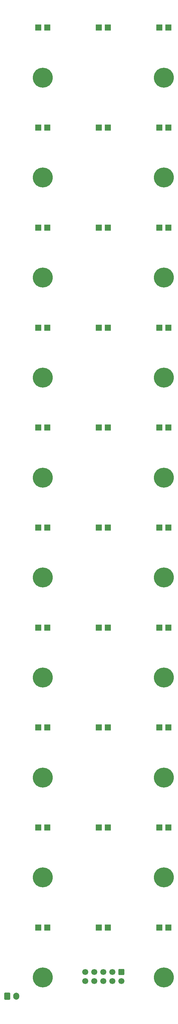
<source format=gbs>
%TF.GenerationSoftware,KiCad,Pcbnew,(6.0.0)*%
%TF.CreationDate,2022-10-10T13:55:59+02:00*%
%TF.ProjectId,led_bar,6c65645f-6261-4722-9e6b-696361645f70,rev?*%
%TF.SameCoordinates,Original*%
%TF.FileFunction,Soldermask,Bot*%
%TF.FilePolarity,Negative*%
%FSLAX46Y46*%
G04 Gerber Fmt 4.6, Leading zero omitted, Abs format (unit mm)*
G04 Created by KiCad (PCBNEW (6.0.0)) date 2022-10-10 13:55:59*
%MOMM*%
%LPD*%
G01*
G04 APERTURE LIST*
G04 Aperture macros list*
%AMRoundRect*
0 Rectangle with rounded corners*
0 $1 Rounding radius*
0 $2 $3 $4 $5 $6 $7 $8 $9 X,Y pos of 4 corners*
0 Add a 4 corners polygon primitive as box body*
4,1,4,$2,$3,$4,$5,$6,$7,$8,$9,$2,$3,0*
0 Add four circle primitives for the rounded corners*
1,1,$1+$1,$2,$3*
1,1,$1+$1,$4,$5*
1,1,$1+$1,$6,$7*
1,1,$1+$1,$8,$9*
0 Add four rect primitives between the rounded corners*
20,1,$1+$1,$2,$3,$4,$5,0*
20,1,$1+$1,$4,$5,$6,$7,0*
20,1,$1+$1,$6,$7,$8,$9,0*
20,1,$1+$1,$8,$9,$2,$3,0*%
G04 Aperture macros list end*
%ADD10R,1.800000X1.800000*%
%ADD11C,5.600000*%
%ADD12RoundRect,0.250000X-0.600000X-0.750000X0.600000X-0.750000X0.600000X0.750000X-0.600000X0.750000X0*%
%ADD13O,1.700000X2.000000*%
%ADD14RoundRect,0.250000X-0.600000X0.600000X-0.600000X-0.600000X0.600000X-0.600000X0.600000X0.600000X0*%
%ADD15C,1.700000*%
G04 APERTURE END LIST*
D10*
%TO.C,D10*%
X50025000Y-291750000D03*
X47485000Y-291750000D03*
%TD*%
%TO.C,D7*%
X50025000Y-207750000D03*
X47485000Y-207750000D03*
%TD*%
%TO.C,D29*%
X84025000Y-263750000D03*
X81485000Y-263750000D03*
%TD*%
%TO.C,D14*%
X67025000Y-123750000D03*
X64485000Y-123750000D03*
%TD*%
D11*
%TO.C,REF\u002A\u002A*%
X82750000Y-53750000D03*
%TD*%
%TO.C,*%
X48750000Y-249750000D03*
%TD*%
D10*
%TO.C,D15*%
X67025000Y-151750000D03*
X64485000Y-151750000D03*
%TD*%
%TO.C,D27*%
X84025000Y-207750000D03*
X81485000Y-207750000D03*
%TD*%
%TO.C,D25*%
X84025000Y-151750000D03*
X81485000Y-151750000D03*
%TD*%
D11*
%TO.C,*%
X48750000Y-137750000D03*
%TD*%
D10*
%TO.C,D23*%
X84025000Y-95750000D03*
X81485000Y-95750000D03*
%TD*%
D11*
%TO.C,*%
X48750000Y-221750000D03*
%TD*%
%TO.C,*%
X48750000Y-53750000D03*
%TD*%
%TO.C,*%
X48750000Y-277750000D03*
%TD*%
D10*
%TO.C,D26*%
X84025000Y-179750000D03*
X81485000Y-179750000D03*
%TD*%
D11*
%TO.C,*%
X48750000Y-305750000D03*
%TD*%
D10*
%TO.C,D19*%
X67025000Y-263750000D03*
X64485000Y-263750000D03*
%TD*%
D11*
%TO.C,REF\u002A\u002A*%
X82750000Y-221750000D03*
%TD*%
D12*
%TO.C,J2*%
X38750000Y-310950000D03*
D13*
X41250000Y-310950000D03*
%TD*%
D11*
%TO.C,REF\u002A\u002A*%
X82750000Y-81750000D03*
%TD*%
%TO.C,REF\u002A\u002A*%
X82750000Y-109750000D03*
%TD*%
D10*
%TO.C,D9*%
X50025000Y-263750000D03*
X47485000Y-263750000D03*
%TD*%
%TO.C,D4*%
X50025000Y-123750000D03*
X47485000Y-123750000D03*
%TD*%
%TO.C,D5*%
X50025000Y-151750000D03*
X47485000Y-151750000D03*
%TD*%
D11*
%TO.C,REF\u002A\u002A*%
X82750000Y-277750000D03*
%TD*%
%TO.C,REF\u002A\u002A*%
X82750000Y-305750000D03*
%TD*%
%TO.C,REF\u002A\u002A*%
X82750000Y-249750000D03*
%TD*%
%TO.C,REF\u002A\u002A*%
X82750000Y-137750000D03*
%TD*%
%TO.C,REF\u002A\u002A*%
X82750000Y-165750000D03*
%TD*%
D10*
%TO.C,D21*%
X84025000Y-39750000D03*
X81485000Y-39750000D03*
%TD*%
D11*
%TO.C,*%
X48750000Y-193750000D03*
%TD*%
D10*
%TO.C,D2*%
X50025000Y-67750000D03*
X47485000Y-67750000D03*
%TD*%
%TO.C,D3*%
X50025000Y-95750000D03*
X47485000Y-95750000D03*
%TD*%
%TO.C,D17*%
X67025000Y-207750000D03*
X64485000Y-207750000D03*
%TD*%
%TO.C,D13*%
X67025000Y-95750000D03*
X64485000Y-95750000D03*
%TD*%
%TO.C,D1*%
X50025000Y-39750000D03*
X47485000Y-39750000D03*
%TD*%
%TO.C,D18*%
X67025000Y-235750000D03*
X64485000Y-235750000D03*
%TD*%
%TO.C,D8*%
X50025000Y-235750000D03*
X47485000Y-235750000D03*
%TD*%
%TO.C,D24*%
X84025000Y-123750000D03*
X81485000Y-123750000D03*
%TD*%
%TO.C,D30*%
X84025000Y-291750000D03*
X81485000Y-291750000D03*
%TD*%
%TO.C,D20*%
X67025000Y-291750000D03*
X64485000Y-291750000D03*
%TD*%
%TO.C,D16*%
X67025000Y-179750000D03*
X64485000Y-179750000D03*
%TD*%
D14*
%TO.C,J1*%
X70830000Y-304250000D03*
D15*
X70830000Y-306790000D03*
X68290000Y-304250000D03*
X68290000Y-306790000D03*
X65750000Y-304250000D03*
X65750000Y-306790000D03*
X63210000Y-304250000D03*
X63210000Y-306790000D03*
X60670000Y-304250000D03*
X60670000Y-306790000D03*
%TD*%
D10*
%TO.C,D11*%
X67025000Y-39750000D03*
X64485000Y-39750000D03*
%TD*%
%TO.C,D28*%
X84025000Y-235750000D03*
X81485000Y-235750000D03*
%TD*%
D11*
%TO.C,REF\u002A\u002A*%
X82750000Y-193750000D03*
%TD*%
D10*
%TO.C,D12*%
X67025000Y-67750000D03*
X64485000Y-67750000D03*
%TD*%
%TO.C,D22*%
X84025000Y-67750000D03*
X81485000Y-67750000D03*
%TD*%
%TO.C,D6*%
X50025000Y-179750000D03*
X47485000Y-179750000D03*
%TD*%
D11*
%TO.C,*%
X48750000Y-109750000D03*
%TD*%
%TO.C,*%
X48750000Y-81750000D03*
%TD*%
%TO.C,*%
X48750000Y-165750000D03*
%TD*%
M02*

</source>
